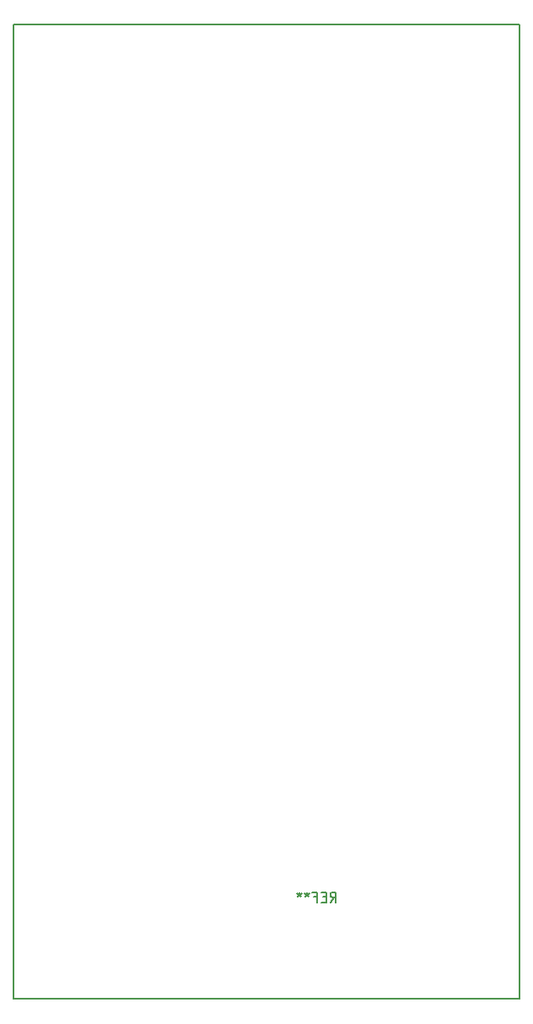
<source format=gbr>
%TF.GenerationSoftware,KiCad,Pcbnew,4.0.7-e2-6376~61~ubuntu18.04.1*%
%TF.CreationDate,2020-08-23T10:05:52+02:00*%
%TF.ProjectId,power,706F7765722E6B696361645F70636200,rev?*%
%TF.FileFunction,Legend,Bot*%
%FSLAX46Y46*%
G04 Gerber Fmt 4.6, Leading zero omitted, Abs format (unit mm)*
G04 Created by KiCad (PCBNEW 4.0.7-e2-6376~61~ubuntu18.04.1) date Sun Aug 23 10:05:52 2020*
%MOMM*%
%LPD*%
G01*
G04 APERTURE LIST*
%ADD10C,0.100000*%
%ADD11C,0.150000*%
G04 APERTURE END LIST*
D10*
D11*
X82550000Y-20320000D02*
X31750000Y-20320000D01*
X82550000Y-118110000D02*
X82550000Y-20320000D01*
X31750000Y-118110000D02*
X82550000Y-118110000D01*
X31750000Y-20320000D02*
X31750000Y-118110000D01*
X63563333Y-108402381D02*
X63896667Y-107926190D01*
X64134762Y-108402381D02*
X64134762Y-107402381D01*
X63753809Y-107402381D01*
X63658571Y-107450000D01*
X63610952Y-107497619D01*
X63563333Y-107592857D01*
X63563333Y-107735714D01*
X63610952Y-107830952D01*
X63658571Y-107878571D01*
X63753809Y-107926190D01*
X64134762Y-107926190D01*
X63134762Y-107878571D02*
X62801428Y-107878571D01*
X62658571Y-108402381D02*
X63134762Y-108402381D01*
X63134762Y-107402381D01*
X62658571Y-107402381D01*
X61896666Y-107878571D02*
X62230000Y-107878571D01*
X62230000Y-108402381D02*
X62230000Y-107402381D01*
X61753809Y-107402381D01*
X61230000Y-107402381D02*
X61230000Y-107640476D01*
X61468095Y-107545238D02*
X61230000Y-107640476D01*
X60991904Y-107545238D01*
X61372857Y-107830952D02*
X61230000Y-107640476D01*
X61087142Y-107830952D01*
X60468095Y-107402381D02*
X60468095Y-107640476D01*
X60706190Y-107545238D02*
X60468095Y-107640476D01*
X60229999Y-107545238D01*
X60610952Y-107830952D02*
X60468095Y-107640476D01*
X60325237Y-107830952D01*
M02*

</source>
